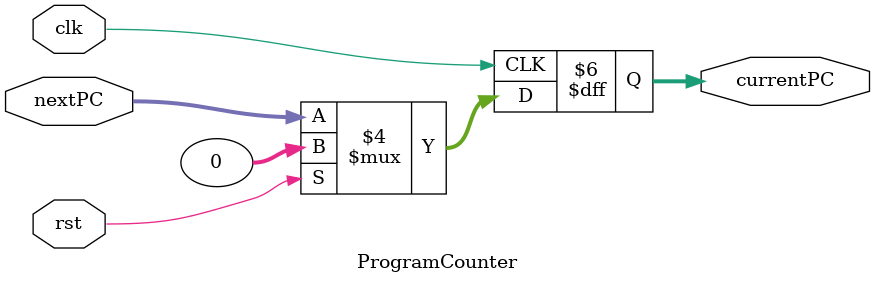
<source format=v>
`timescale 1ns / 1ps


module ProgramCounter(input wire clk, input wire rst, input wire [31:0] nextPC,
                      output reg [31:0] currentPC
    );
    
    always@(posedge clk) begin
       if(rst == 1) begin 
            currentPC <= 0;
        end
        else begin
            currentPC <= nextPC;
        end
    end
   
endmodule

</source>
